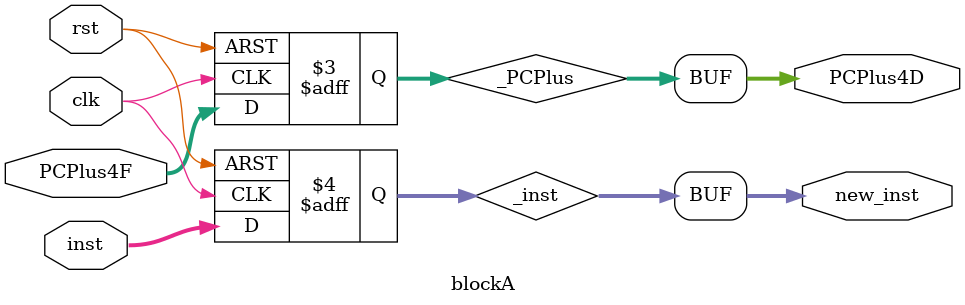
<source format=v>
`timescale 1ns / 1ps

module blockA(
    input clk,
    input rst,

    input [31:0] inst,
    //input raw_pause_flag,
    input [31:0] PCPlus4F,
    output [31:0] new_inst,
    output [31:0] PCPlus4D
); 
    reg [31:0] _PCPlus;
    reg [31:0] _inst;

    always@(posedge clk,negedge rst)
    begin
        if(!rst) begin
            _PCPlus = 32'b0;
            _inst = 32'b0;
        end
        else begin
            _inst <= inst;
            _PCPlus <= PCPlus4F;
        end
    end

    assign new_inst = _inst;//(raw_pause_flag == 0)? _inst : 32'b0;
    assign PCPlus4D = _PCPlus;

endmodule
</source>
